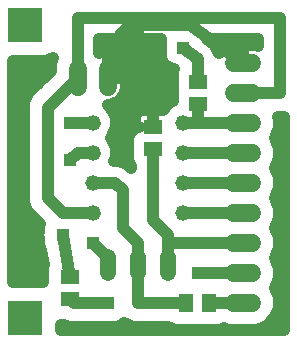
<source format=gbl>
G75*
%MOIN*%
%OFA0B0*%
%FSLAX25Y25*%
%IPPOS*%
%LPD*%
%AMOC8*
5,1,8,0,0,1.08239X$1,22.5*
%
%ADD10C,0.05200*%
%ADD11C,0.06000*%
%ADD12R,0.05118X0.05906*%
%ADD13R,0.05906X0.05118*%
%ADD14C,0.05200*%
%ADD15C,0.04000*%
%ADD16R,0.03962X0.03962*%
%ADD17R,0.11811X0.11811*%
D10*
X0038000Y0058000D03*
X0038000Y0068000D03*
X0038000Y0078000D03*
X0038000Y0088000D03*
X0068000Y0088000D03*
X0068000Y0078000D03*
X0068000Y0068000D03*
X0068000Y0058000D03*
D11*
X0085000Y0058000D02*
X0091000Y0058000D01*
X0091000Y0048000D02*
X0085000Y0048000D01*
X0085000Y0038000D02*
X0091000Y0038000D01*
X0091000Y0028000D02*
X0085000Y0028000D01*
X0085000Y0068000D02*
X0091000Y0068000D01*
X0091000Y0078000D02*
X0085000Y0078000D01*
X0085000Y0088000D02*
X0091000Y0088000D01*
X0091000Y0098000D02*
X0085000Y0098000D01*
X0085000Y0108000D02*
X0091000Y0108000D01*
X0043000Y0106000D02*
X0043000Y0100000D01*
X0033000Y0100000D02*
X0033000Y0106000D01*
D12*
X0069260Y0028000D03*
X0076740Y0028000D03*
D13*
X0058000Y0079260D03*
X0058000Y0086740D03*
X0073000Y0094260D03*
X0073000Y0101740D03*
X0030500Y0036740D03*
X0030500Y0029260D03*
D14*
X0043000Y0037900D02*
X0043000Y0043100D01*
X0053000Y0043100D02*
X0053000Y0037900D01*
X0063000Y0037900D02*
X0063000Y0043100D01*
D15*
X0063000Y0040500D02*
X0063000Y0048000D01*
X0088000Y0048000D01*
X0088000Y0038000D02*
X0073000Y0038000D01*
X0069260Y0028000D02*
X0053000Y0028000D01*
X0053000Y0040500D01*
X0053000Y0048000D01*
X0048000Y0053000D01*
X0048000Y0065500D01*
X0045500Y0068000D01*
X0038000Y0068000D01*
X0030500Y0075500D02*
X0033000Y0078000D01*
X0038000Y0078000D01*
X0044031Y0083000D02*
X0044613Y0083582D01*
X0045800Y0086448D01*
X0045800Y0089552D01*
X0044613Y0092418D01*
X0043031Y0094000D01*
X0043472Y0094000D01*
X0044405Y0094148D01*
X0045303Y0094440D01*
X0046145Y0094868D01*
X0046909Y0095423D01*
X0047577Y0096091D01*
X0048132Y0096855D01*
X0048560Y0097697D01*
X0048852Y0098595D01*
X0049000Y0099528D01*
X0049000Y0103000D01*
X0049000Y0106472D01*
X0048852Y0107405D01*
X0048560Y0108303D01*
X0048132Y0109145D01*
X0047577Y0109909D01*
X0046909Y0110577D01*
X0046145Y0111132D01*
X0045303Y0111560D01*
X0044405Y0111852D01*
X0043472Y0112000D01*
X0043000Y0112000D01*
X0043000Y0103000D01*
X0043000Y0113000D01*
X0043000Y0108000D01*
X0048000Y0108000D01*
X0048000Y0105500D01*
X0045500Y0105500D01*
X0045500Y0115500D01*
X0050500Y0115500D01*
X0050500Y0118000D01*
X0050500Y0120500D02*
X0043000Y0113000D01*
X0043000Y0112000D02*
X0042528Y0112000D01*
X0041595Y0111852D01*
X0040697Y0111560D01*
X0040200Y0111307D01*
X0040200Y0115800D01*
X0060819Y0115800D01*
X0060819Y0113977D01*
X0060669Y0113390D01*
X0060819Y0112353D01*
X0060819Y0109985D01*
X0061611Y0108073D01*
X0063073Y0106611D01*
X0064985Y0105819D01*
X0065048Y0105819D01*
X0064847Y0105334D01*
X0064847Y0098147D01*
X0064908Y0098000D01*
X0064847Y0097853D01*
X0064847Y0095137D01*
X0063582Y0094613D01*
X0061387Y0092418D01*
X0061331Y0092283D01*
X0061248Y0092299D01*
X0058000Y0092299D01*
X0058000Y0087019D01*
X0058000Y0087019D01*
X0058000Y0092299D01*
X0054752Y0092299D01*
X0054172Y0092184D01*
X0053626Y0091958D01*
X0053135Y0091629D01*
X0052717Y0091212D01*
X0052389Y0090720D01*
X0052163Y0090174D01*
X0052047Y0089595D01*
X0052047Y0086740D01*
X0052047Y0086173D01*
X0050639Y0084764D01*
X0049847Y0082853D01*
X0049847Y0075666D01*
X0050639Y0073755D01*
X0050800Y0073594D01*
X0050800Y0072882D01*
X0049578Y0074104D01*
X0046932Y0075200D01*
X0045283Y0075200D01*
X0045800Y0076448D01*
X0045800Y0079552D01*
X0044613Y0082418D01*
X0044031Y0083000D01*
X0045162Y0083000D02*
X0045291Y0083128D01*
X0046600Y0086289D01*
X0046600Y0089711D01*
X0045879Y0091451D01*
X0047545Y0092141D01*
X0048468Y0091218D01*
X0049219Y0090907D01*
X0049047Y0090493D01*
X0049047Y0075507D01*
X0049206Y0075124D01*
X0047091Y0076000D01*
X0046480Y0076000D01*
X0046600Y0076289D01*
X0046600Y0079711D01*
X0045291Y0082872D01*
X0045162Y0083000D01*
X0045210Y0080975D02*
X0049847Y0080975D01*
X0049047Y0080975D02*
X0046076Y0080975D01*
X0046055Y0084973D02*
X0049047Y0084973D01*
X0050848Y0084973D02*
X0045189Y0084973D01*
X0045800Y0088972D02*
X0052047Y0088972D01*
X0052047Y0086740D02*
X0053340Y0086740D01*
X0052047Y0086740D01*
X0053340Y0086740D02*
X0053340Y0086740D01*
X0049047Y0088972D02*
X0046600Y0088972D01*
X0044061Y0092970D02*
X0061939Y0092970D01*
X0058000Y0095500D02*
X0055500Y0098000D01*
X0053000Y0098000D01*
X0053000Y0120500D01*
X0050500Y0120500D01*
X0053000Y0120500D02*
X0070500Y0120500D01*
X0088000Y0108000D01*
X0088000Y0108000D01*
X0088000Y0114000D01*
X0091472Y0114000D01*
X0092405Y0113852D01*
X0093300Y0113561D01*
X0093300Y0115800D01*
X0076277Y0115800D01*
X0076590Y0115566D01*
X0077078Y0115364D01*
X0077726Y0114716D01*
X0078460Y0114167D01*
X0078730Y0113712D01*
X0079104Y0113338D01*
X0079454Y0112492D01*
X0079922Y0111705D01*
X0079980Y0111299D01*
X0080423Y0111909D01*
X0081091Y0112577D01*
X0081855Y0113132D01*
X0082697Y0113560D01*
X0083595Y0113852D01*
X0084528Y0114000D01*
X0088000Y0114000D01*
X0088000Y0108000D01*
X0088000Y0108964D02*
X0088000Y0108964D01*
X0088000Y0112963D02*
X0088000Y0112963D01*
X0081623Y0112963D02*
X0079259Y0112963D01*
X0073000Y0109260D02*
X0073000Y0101740D01*
X0073000Y0094260D02*
X0073000Y0088000D01*
X0088000Y0088000D01*
X0088000Y0078000D02*
X0068000Y0078000D01*
X0068000Y0068000D02*
X0088000Y0068000D01*
X0088000Y0058000D02*
X0068000Y0058000D01*
X0063000Y0050500D02*
X0058000Y0055500D01*
X0058000Y0079260D01*
X0058000Y0086740D02*
X0058000Y0095500D01*
X0058000Y0088972D02*
X0058000Y0088972D01*
X0064847Y0096969D02*
X0048189Y0096969D01*
X0049000Y0100967D02*
X0064847Y0100967D01*
X0064047Y0100967D02*
X0063846Y0100967D01*
X0064047Y0100766D02*
X0064047Y0105341D01*
X0062620Y0105932D01*
X0061000Y0107553D01*
X0061000Y0103814D01*
X0062282Y0102532D01*
X0064047Y0100766D01*
X0064047Y0104966D02*
X0061000Y0104966D01*
X0064847Y0104966D02*
X0049000Y0104966D01*
X0049000Y0103000D02*
X0043000Y0103000D01*
X0043000Y0103000D01*
X0043000Y0103000D01*
X0043000Y0112000D01*
X0043000Y0108964D02*
X0043000Y0108964D01*
X0043000Y0104966D02*
X0043000Y0104966D01*
X0043000Y0103000D02*
X0049000Y0103000D01*
X0048224Y0108964D02*
X0061241Y0108964D01*
X0060731Y0112963D02*
X0040200Y0112963D01*
X0033000Y0103000D02*
X0023000Y0093000D01*
X0023000Y0063000D01*
X0028000Y0058000D01*
X0038000Y0058000D01*
X0038000Y0048000D02*
X0043000Y0043000D01*
X0043000Y0040500D01*
X0043000Y0028000D02*
X0031760Y0028000D01*
X0030500Y0029260D01*
X0030500Y0036740D02*
X0028000Y0050500D01*
X0021597Y0040990D02*
X0011500Y0040990D01*
X0011500Y0044988D02*
X0020870Y0044988D01*
X0020779Y0045489D02*
X0021645Y0040728D01*
X0021547Y0040493D01*
X0021547Y0034905D01*
X0011500Y0034905D01*
X0011500Y0108594D01*
X0022599Y0108594D01*
X0024692Y0109462D01*
X0024000Y0107790D01*
X0024000Y0105314D01*
X0018468Y0099782D01*
X0016218Y0097532D01*
X0015000Y0094591D01*
X0015000Y0061409D01*
X0016218Y0058468D01*
X0020310Y0054377D01*
X0020019Y0053675D01*
X0020019Y0051442D01*
X0019844Y0050636D01*
X0020019Y0049675D01*
X0020019Y0047325D01*
X0020779Y0045489D01*
X0020019Y0048987D02*
X0011500Y0048987D01*
X0011500Y0052985D02*
X0020019Y0052985D01*
X0017703Y0056984D02*
X0011500Y0056984D01*
X0011500Y0060982D02*
X0015177Y0060982D01*
X0015000Y0064981D02*
X0011500Y0064981D01*
X0011500Y0068979D02*
X0015000Y0068979D01*
X0015000Y0072978D02*
X0011500Y0072978D01*
X0011500Y0076976D02*
X0015000Y0076976D01*
X0015000Y0080975D02*
X0011500Y0080975D01*
X0011500Y0084973D02*
X0015000Y0084973D01*
X0015000Y0088972D02*
X0011500Y0088972D01*
X0011500Y0092970D02*
X0015000Y0092970D01*
X0015985Y0096969D02*
X0011500Y0096969D01*
X0011500Y0100967D02*
X0019654Y0100967D01*
X0023652Y0104966D02*
X0011500Y0104966D01*
X0023492Y0108964D02*
X0024486Y0108964D01*
X0033000Y0103000D02*
X0033000Y0123000D01*
X0100500Y0123000D01*
X0100500Y0098000D01*
X0088000Y0098000D01*
X0099488Y0084973D02*
X0101921Y0084973D01*
X0100000Y0086210D02*
X0100000Y0089790D01*
X0099913Y0090000D01*
X0101921Y0090000D01*
X0101921Y0019000D01*
X0027405Y0019000D01*
X0027405Y0020701D01*
X0028477Y0020701D01*
X0030169Y0020000D01*
X0044591Y0020000D01*
X0044637Y0020019D01*
X0046175Y0020019D01*
X0048380Y0020932D01*
X0048608Y0021160D01*
X0051409Y0020000D01*
X0063263Y0020000D01*
X0063302Y0019961D01*
X0065507Y0019047D01*
X0080493Y0019047D01*
X0081794Y0019586D01*
X0083210Y0019000D01*
X0092790Y0019000D01*
X0096098Y0020370D01*
X0098630Y0022902D01*
X0100000Y0026210D01*
X0100000Y0029790D01*
X0098670Y0033000D01*
X0100000Y0036210D01*
X0100000Y0039790D01*
X0098670Y0043000D01*
X0100000Y0046210D01*
X0100000Y0049790D01*
X0098670Y0053000D01*
X0100000Y0056210D01*
X0100000Y0059790D01*
X0098670Y0063000D01*
X0100000Y0066210D01*
X0100000Y0069790D01*
X0098670Y0073000D01*
X0100000Y0076210D01*
X0100000Y0079790D01*
X0098670Y0083000D01*
X0100000Y0086210D01*
X0100000Y0088972D02*
X0101921Y0088972D01*
X0101921Y0080975D02*
X0099509Y0080975D01*
X0100000Y0076976D02*
X0101921Y0076976D01*
X0101921Y0072978D02*
X0098680Y0072978D01*
X0100000Y0068979D02*
X0101921Y0068979D01*
X0101921Y0064981D02*
X0099491Y0064981D01*
X0099506Y0060982D02*
X0101921Y0060982D01*
X0101921Y0056984D02*
X0100000Y0056984D01*
X0098677Y0052985D02*
X0101921Y0052985D01*
X0101921Y0048987D02*
X0100000Y0048987D01*
X0099494Y0044988D02*
X0101921Y0044988D01*
X0101921Y0040990D02*
X0099503Y0040990D01*
X0100000Y0036991D02*
X0101921Y0036991D01*
X0101921Y0032993D02*
X0098674Y0032993D01*
X0100000Y0028994D02*
X0101921Y0028994D01*
X0101921Y0024996D02*
X0099497Y0024996D01*
X0101921Y0020997D02*
X0096725Y0020997D01*
X0088000Y0028000D02*
X0076740Y0028000D01*
X0063000Y0048000D02*
X0063000Y0050500D01*
X0050800Y0072978D02*
X0050705Y0072978D01*
X0049847Y0076976D02*
X0045800Y0076976D01*
X0046600Y0076976D02*
X0049047Y0076976D01*
X0038000Y0088000D02*
X0030500Y0088000D01*
X0068000Y0088000D02*
X0073000Y0088000D01*
X0073000Y0109260D02*
X0068000Y0113000D01*
X0021547Y0036991D02*
X0011500Y0036991D01*
X0048444Y0020997D02*
X0049002Y0020997D01*
D16*
X0043000Y0028000D03*
X0038000Y0048000D03*
X0028000Y0050500D03*
X0030500Y0075500D03*
X0030500Y0088000D03*
X0043000Y0113000D03*
X0068000Y0113000D03*
X0073000Y0038000D03*
D17*
X0015500Y0023000D03*
X0015500Y0120500D03*
M02*

</source>
